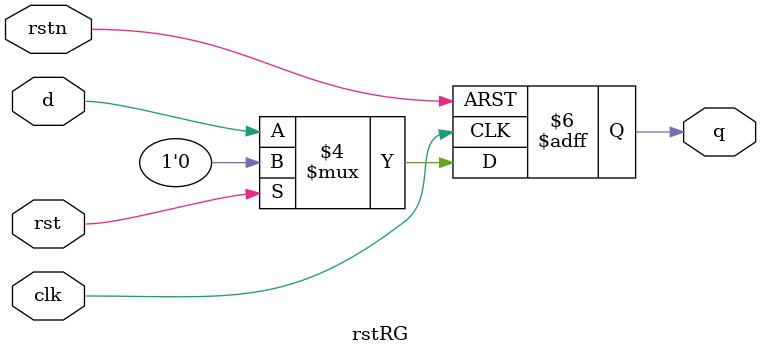
<source format=v>
`timescale 1ns / 1ps
module TFF(
    input t,
    input rstn,
    input clk,
    output reg q
    );
    always @(posedge clk,negedge rstn) begin 
        if(!rstn)
            q<=0;
        else
            q<=t?~q:q;
    end
endmodule

module DFF(
    input d,
    input rstn,
    input clk,
    output reg q
);
    always @(posedge clk,negedge rstn)
        if(!rstn)
            q<=0;
        else
            q<=d;
endmodule
// 以下两个并未使用
module FF(
    input rstn,
    input clk,
    output reg q
);
    always @(posedge clk,negedge rstn)
        if(!rstn)
            q<=0;
        else
            q<=1;
endmodule

module rstRG(
    input d,
    input rst,
    input rstn,
    input clk,
    output reg q
);

    always @(posedge clk,negedge rstn)
        if(!rstn)
            q<=0;
        else if(rst)
            q<=0;
        else
            q<=d;
endmodule
</source>
